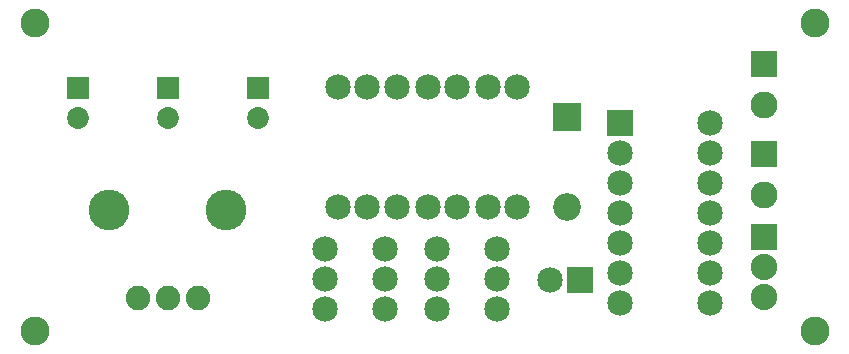
<source format=gts>
G04 MADE WITH FRITZING*
G04 WWW.FRITZING.ORG*
G04 DOUBLE SIDED*
G04 HOLES PLATED*
G04 CONTOUR ON CENTER OF CONTOUR VECTOR*
%ASAXBY*%
%FSLAX23Y23*%
%MOIN*%
%OFA0B0*%
%SFA1.0B1.0*%
%ADD10C,0.085000*%
%ADD11C,0.092000*%
%ADD12C,0.090000*%
%ADD13C,0.081889*%
%ADD14C,0.081917*%
%ADD15C,0.134033*%
%ADD16C,0.088000*%
%ADD17C,0.072992*%
%ADD18C,0.135984*%
%ADD19C,0.096614*%
%ADD20R,0.092000X0.092000*%
%ADD21R,0.090000X0.090000*%
%ADD22R,0.085000X0.085000*%
%ADD23R,0.088000X0.088000*%
%ADD24R,0.072992X0.072992*%
%LNMASK1*%
G90*
G70*
G54D10*
X1588Y888D03*
X1588Y488D03*
X1487Y888D03*
X1487Y488D03*
X1388Y888D03*
X1388Y488D03*
X1287Y888D03*
X1287Y488D03*
X1687Y888D03*
X1687Y488D03*
X1187Y888D03*
X1187Y488D03*
X1088Y488D03*
X1088Y888D03*
G54D11*
X1851Y788D03*
X1851Y490D03*
G54D12*
X2508Y667D03*
X2508Y529D03*
G54D10*
X2030Y771D03*
X2330Y771D03*
X2030Y671D03*
X2330Y671D03*
X2030Y571D03*
X2330Y571D03*
X2030Y471D03*
X2330Y471D03*
X2030Y371D03*
X2330Y371D03*
X2030Y271D03*
X2330Y271D03*
X2030Y171D03*
X2330Y171D03*
X1619Y148D03*
X1619Y248D03*
X1619Y348D03*
X1419Y149D03*
X1419Y249D03*
X1419Y349D03*
X1246Y348D03*
X1246Y248D03*
X1246Y148D03*
X1046Y348D03*
X1046Y248D03*
X1046Y148D03*
X1895Y247D03*
X1795Y247D03*
G54D13*
X421Y185D03*
X521Y185D03*
G54D14*
X621Y185D03*
G54D15*
X326Y480D03*
X715Y480D03*
G54D16*
X2510Y391D03*
X2510Y291D03*
X2510Y191D03*
G54D17*
X822Y885D03*
X822Y786D03*
X522Y885D03*
X522Y787D03*
X222Y885D03*
X222Y786D03*
G54D12*
X2508Y967D03*
X2508Y829D03*
G54D18*
X325Y480D03*
X715Y480D03*
G54D19*
X78Y1103D03*
X2678Y1103D03*
X2678Y76D03*
X78Y76D03*
G54D20*
X1851Y789D03*
G54D21*
X2508Y667D03*
G54D22*
X2030Y771D03*
X1895Y247D03*
G54D23*
X2510Y391D03*
G54D24*
X822Y885D03*
X522Y885D03*
X222Y885D03*
G54D21*
X2508Y967D03*
G04 End of Mask1*
M02*
</source>
